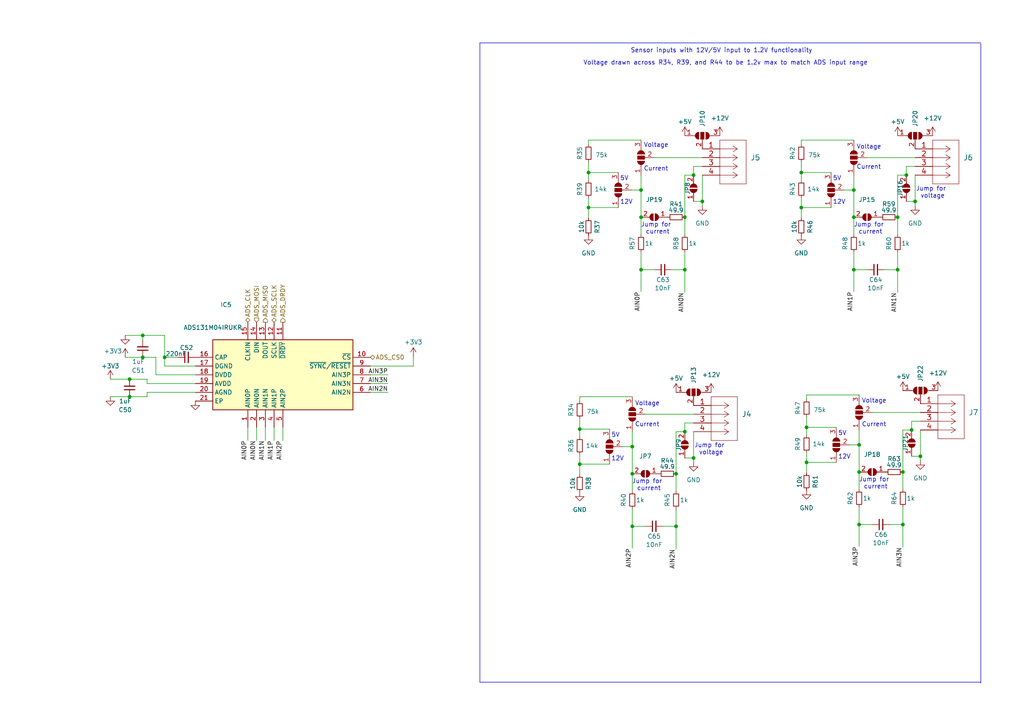
<source format=kicad_sch>
(kicad_sch (version 20231120) (generator "eeschema") (generator_version "8.0")
  (paper "A4")
  (lib_symbols
    (symbol "Device:C_Small" (pin_numbers hide) (pin_names (offset 0.254) hide)
      (property "Reference" "C" (at 0.254 1.778 0))
      (property "Value" "C_Small" (at 0.254 -2.032 0))
      (symbol "C_Small_0_1"
        (polyline (pts (xy -1.524 -0.508) (xy 1.524 -0.508)) (stroke (width 0.3302)))
        (polyline (pts (xy -1.524 0.508) (xy 1.524 0.508)) (stroke (width 0.3048)))
      )
      (symbol "C_Small_1_1"
        (pin passive line (at 0 2.54 270) (length 2.032) (name "~") (number "1"))
        (pin passive line (at 0 -2.54 90) (length 2.032) (name "~") (number "2"))
      )
    )
    (symbol "Device:R_Small" (pin_numbers hide) (pin_names (offset 0.254) hide)
      (property "Reference" "R" (at 0.762 0.508 0))
      (property "Value" "R_Small" (at 0.762 -1.016 0))
      (symbol "R_Small_0_1"
        (rectangle (start -0.762 1.778) (end 0.762 -1.778) (stroke (width 0.2032)))
      )
      (symbol "R_Small_1_1"
        (pin passive line (at 0 2.54 270) (length 0.762) (name "~") (number "1"))
        (pin passive line (at 0 -2.54 90) (length 0.762) (name "~") (number "2"))
      )
    )
    (symbol "GND_1" (power) (pin_names (offset 0))
      (property "Value" "GND_1" (at 0 -3.81 0))
      (symbol "GND_1_0_1"
        (polyline (pts (xy 0 0) (xy 0 -1.27) (xy 1.27 -1.27) (xy 0 -2.54) (xy -1.27 -1.27) (xy 0 -1.27)))
      )
      (symbol "GND_1_1_1"
        (pin power_in line (at 0 0 270) (length 0) hide (name "GND") (number "1"))
      )
    )
    (symbol "Jumper:SolderJumper_2_Open" (pin_names (offset 0) hide)
      (property "Reference" "JP" (at 0 2.032 0))
      (property "Value" "SolderJumper_2_Open" (at 0 -2.54 0))
      (symbol "SolderJumper_2_Open_0_1"
        (arc (start -0.254 1.016) (mid -1.2656 0) (end -0.254 -1.016))
        (arc (start -0.254 1.016) (mid -1.2656 0) (end -0.254 -1.016) (fill (type outline)))
        (polyline (pts (xy -0.254 1.016) (xy -0.254 -1.016)))
        (polyline (pts (xy 0.254 1.016) (xy 0.254 -1.016)))
        (arc (start 0.254 -1.016) (mid 1.2656 0) (end 0.254 1.016))
        (arc (start 0.254 -1.016) (mid 1.2656 0) (end 0.254 1.016) (fill (type outline)))
      )
      (symbol "SolderJumper_2_Open_1_1"
        (pin passive line (at -3.81 0 0) (length 2.54) (name "A") (number "1"))
        (pin passive line (at 3.81 0 180) (length 2.54) (name "B") (number "2"))
      )
    )
    (symbol "Jumper:SolderJumper_3_Open" (pin_names (offset 0) hide)
      (property "Reference" "JP" (at -2.54 -2.54 0))
      (property "Value" "SolderJumper_3_Open" (at 0 2.794 0))
      (symbol "SolderJumper_3_Open_0_1"
        (arc (start -1.016 1.016) (mid -2.0276 0) (end -1.016 -1.016))
        (arc (start -1.016 1.016) (mid -2.0276 0) (end -1.016 -1.016) (fill (type outline)))
        (rectangle (start -0.508 1.016) (end 0.508 -1.016) (fill (type outline)))
        (polyline (pts (xy -2.54 0) (xy -2.032 0)))
        (polyline (pts (xy -1.016 1.016) (xy -1.016 -1.016)))
        (polyline (pts (xy 0 -1.27) (xy 0 -1.016)))
        (polyline (pts (xy 1.016 1.016) (xy 1.016 -1.016)))
        (polyline (pts (xy 2.54 0) (xy 2.032 0)))
        (arc (start 1.016 -1.016) (mid 2.0276 0) (end 1.016 1.016))
        (arc (start 1.016 -1.016) (mid 2.0276 0) (end 1.016 1.016) (fill (type outline)))
      )
      (symbol "SolderJumper_3_Open_1_1"
        (pin passive line (at -5.08 0 0) (length 2.54) (name "A") (number "1"))
        (pin input line (at 0 -3.81 90) (length 2.54) (name "C") (number "2"))
        (pin passive line (at 5.08 0 180) (length 2.54) (name "B") (number "3"))
      )
    )
    (symbol "iclr:1053131104" (pin_names (offset 0.254) hide)
      (property "Reference" "J" (at 8.89 6.35 0))
      (property "Value" "1053131104" (at 10.16 -5.08 0))
      (symbol "1053131104_1_1"
        (polyline (pts (xy 5.08 -10.16) (xy 12.7 -10.16)) (stroke (width 0.127)))
        (polyline (pts (xy 5.08 2.54) (xy 5.08 -10.16)) (stroke (width 0.127)))
        (polyline (pts (xy 10.16 -7.62) (xy 5.08 -7.62)) (stroke (width 0.127)))
        (polyline (pts (xy 10.16 -7.62) (xy 8.89 -8.4582)) (stroke (width 0.127)))
        (polyline (pts (xy 10.16 -7.62) (xy 8.89 -6.7818)) (stroke (width 0.127)))
        (polyline (pts (xy 10.16 -5.08) (xy 5.08 -5.08)) (stroke (width 0.127)))
        (polyline (pts (xy 10.16 -5.08) (xy 8.89 -5.9182)) (stroke (width 0.127)))
        (polyline (pts (xy 10.16 -5.08) (xy 8.89 -4.2418)) (stroke (width 0.127)))
        (polyline (pts (xy 10.16 -2.54) (xy 5.08 -2.54)) (stroke (width 0.127)))
        (polyline (pts (xy 10.16 -2.54) (xy 8.89 -3.3782)) (stroke (width 0.127)))
        (polyline (pts (xy 10.16 -2.54) (xy 8.89 -1.7018)) (stroke (width 0.127)))
        (polyline (pts (xy 10.16 0) (xy 5.08 0)) (stroke (width 0.127)))
        (polyline (pts (xy 10.16 0) (xy 8.89 -0.8382)) (stroke (width 0.127)))
        (polyline (pts (xy 10.16 0) (xy 8.89 0.8382)) (stroke (width 0.127)))
        (polyline (pts (xy 12.7 -10.16) (xy 12.7 2.54)) (stroke (width 0.127)))
        (polyline (pts (xy 12.7 2.54) (xy 5.08 2.54)) (stroke (width 0.127)))
        (pin unspecified line (at 0 0 0) (length 5.08) (name "1") (number "1"))
        (pin unspecified line (at 0 -2.54 0) (length 5.08) (name "2") (number "2"))
        (pin unspecified line (at 0 -5.08 0) (length 5.08) (name "3") (number "3"))
        (pin unspecified line (at 0 -7.62 0) (length 5.08) (name "4") (number "4"))
      )
    )
    (symbol "iclr:ADS131M04IRUKR"
      (property "Reference" "IC" (at 26.67 15.24 0))
      (property "Value" "ADS131M04IRUKR" (at 26.67 12.7 0))
      (symbol "ADS131M04IRUKR_1_1"
        (rectangle (start 5.08 10.16) (end 25.4 -30.48) (stroke (width 0.254)) (fill (type background)))
        (pin passive line (at 0 0 0) (length 5.08) (name "AIN0P") (number "1"))
        (pin passive line (at 20.32 -35.56 90) (length 5.08) (name "~{CS}") (number "10"))
        (pin passive line (at 30.48 -10.16 180) (length 5.08) (name "~{DRDY}") (number "11"))
        (pin passive line (at 30.48 -7.62 180) (length 5.08) (name "SCLK") (number "12"))
        (pin passive line (at 30.48 -5.08 180) (length 5.08) (name "DOUT") (number "13"))
        (pin passive line (at 30.48 -2.54 180) (length 5.08) (name "DIN") (number "14"))
        (pin passive line (at 30.48 0 180) (length 5.08) (name "CLKIN") (number "15"))
        (pin passive line (at 20.32 15.24 270) (length 5.08) (name "CAP") (number "16"))
        (pin passive line (at 17.78 15.24 270) (length 5.08) (name "DGND") (number "17"))
        (pin passive line (at 15.24 15.24 270) (length 5.08) (name "DVDD") (number "18"))
        (pin passive line (at 12.7 15.24 270) (length 5.08) (name "AVDD") (number "19"))
        (pin passive line (at 0 -2.54 0) (length 5.08) (name "AIN0N") (number "2"))
        (pin passive line (at 10.16 15.24 270) (length 5.08) (name "AGND") (number "20"))
        (pin passive line (at 7.62 15.24 270) (length 5.08) (name "EP") (number "21"))
        (pin passive line (at 0 -5.08 0) (length 5.08) (name "AIN1N") (number "3"))
        (pin passive line (at 0 -7.62 0) (length 5.08) (name "AIN1P") (number "4"))
        (pin passive line (at 0 -10.16 0) (length 5.08) (name "AIN2P") (number "5"))
        (pin passive line (at 10.16 -35.56 90) (length 5.08) (name "AIN2N") (number "6"))
        (pin passive line (at 12.7 -35.56 90) (length 5.08) (name "AIN3N") (number "7"))
        (pin passive line (at 15.24 -35.56 90) (length 5.08) (name "AIN3P") (number "8"))
        (pin passive line (at 17.78 -35.56 90) (length 5.08) (name "~{SYNC}/~{RESET}") (number "9"))
      )
    )
    (symbol "power:+12V" (power) (pin_names (offset 0))
      (property "Value" "+12V" (at 0 3.556 0))
      (symbol "+12V_0_1"
        (polyline (pts (xy -0.762 1.27) (xy 0 2.54)))
        (polyline (pts (xy 0 0) (xy 0 2.54)))
        (polyline (pts (xy 0 2.54) (xy 0.762 1.27)))
      )
      (symbol "+12V_1_1"
        (pin power_in line (at 0 0 90) (length 0) hide (name "+12V") (number "1"))
      )
    )
    (symbol "power:+3.3V" (power) (pin_names (offset 0))
      (property "Value" "+3.3V" (at 0 3.556 0))
      (symbol "+3.3V_0_1"
        (polyline (pts (xy -0.762 1.27) (xy 0 2.54)))
        (polyline (pts (xy 0 0) (xy 0 2.54)))
        (polyline (pts (xy 0 2.54) (xy 0.762 1.27)))
      )
      (symbol "+3.3V_1_1"
        (pin power_in line (at 0 0 90) (length 0) hide (name "+3V3") (number "1"))
      )
    )
    (symbol "power:+3V3" (power) (pin_numbers hide) (pin_names (offset 0) hide)
      (property "Value" "+3V3" (at 0 3.556 0))
      (symbol "+3V3_0_1"
        (polyline (pts (xy -0.762 1.27) (xy 0 2.54)))
        (polyline (pts (xy 0 0) (xy 0 2.54)))
        (polyline (pts (xy 0 2.54) (xy 0.762 1.27)))
      )
      (symbol "+3V3_1_1"
        (pin power_in line (at 0 0 90) (length 0) (name "~") (number "1"))
      )
    )
    (symbol "power:+5V" (power) (pin_names (offset 0))
      (property "Value" "+5V" (at 0 3.556 0))
      (symbol "+5V_0_1"
        (polyline (pts (xy -0.762 1.27) (xy 0 2.54)))
        (polyline (pts (xy 0 0) (xy 0 2.54)))
        (polyline (pts (xy 0 2.54) (xy 0.762 1.27)))
      )
      (symbol "+5V_1_1"
        (pin power_in line (at 0 0 90) (length 0) hide (name "+5V") (number "1"))
      )
    )
    (symbol "power:GND" (power) (pin_names (offset 0))
      (property "Value" "GND" (at 0 -3.81 0))
      (symbol "GND_0_1"
        (polyline (pts (xy 0 0) (xy 0 -1.27) (xy 1.27 -1.27) (xy 0 -2.54) (xy -1.27 -1.27) (xy 0 -1.27)))
      )
      (symbol "GND_1_1"
        (pin power_in line (at 0 0 270) (length 0) hide (name "GND") (number "1"))
      )
    )
  )
  (junction (at 201.168 132.842))
  (junction (at 260.35 62.992))
  (junction (at 233.934 123.952))
  (junction (at 47.752 103.632))
  (junction (at 198.628 125.222))
  (junction (at 260.35 78.232))
  (junction (at 247.65 62.992))
  (junction (at 41.402 97.282))
  (junction (at 232.41 50.038))
  (junction (at 261.874 136.906))
  (junction (at 183.388 152.654))
  (junction (at 185.928 62.992))
  (junction (at 265.43 58.42))
  (junction (at 247.65 78.232))
  (junction (at 170.688 50.038))
  (junction (at 198.628 62.992))
  (junction (at 233.934 134.112))
  (junction (at 170.688 60.198))
  (junction (at 261.874 152.146))
  (junction (at 168.148 134.62))
  (junction (at 198.628 78.232))
  (junction (at 185.928 55.118))
  (junction (at 37.592 115.062))
  (junction (at 196.088 152.654))
  (junction (at 249.174 129.032))
  (junction (at 262.89 50.8))
  (junction (at 183.388 137.414))
  (junction (at 232.41 60.198))
  (junction (at 247.65 55.118))
  (junction (at 196.088 137.414))
  (junction (at 37.592 109.982))
  (junction (at 249.174 152.146))
  (junction (at 41.402 103.632))
  (junction (at 266.954 132.334))
  (junction (at 249.174 136.906))
  (junction (at 185.928 78.232))
  (junction (at 201.168 50.8))
  (junction (at 168.148 124.46))
  (junction (at 203.708 58.42))
  (junction (at 183.388 129.54))
  (junction (at 264.414 124.714))
  (wire (pts (xy 233.934 120.904) (xy 233.934 123.952)))
  (wire (pts (xy 262.89 58.42) (xy 265.43 58.42)))
  (wire (pts (xy 266.954 124.714) (xy 266.954 132.334)))
  (wire (pts (xy 183.134 55.118) (xy 185.928 55.118)))
  (wire (pts (xy 198.628 132.842) (xy 201.168 132.842)))
  (wire (pts (xy 42.672 109.982) (xy 42.672 111.252)))
  (wire (pts (xy 201.168 48.26) (xy 203.708 48.26)))
  (wire (pts (xy 45.212 103.632) (xy 45.212 108.712)))
  (wire (pts (xy 201.168 48.26) (xy 201.168 50.8)))
  (wire (pts (xy 247.65 78.232) (xy 251.46 78.232)))
  (wire (pts (xy 183.388 137.414) (xy 183.388 142.494)))
  (wire (pts (xy 170.688 40.64) (xy 170.688 41.91)))
  (wire (pts (xy 45.212 108.712) (xy 56.642 108.712)))
  (wire (pts (xy 183.388 152.654) (xy 187.198 152.654)))
  (wire (pts (xy 203.708 58.42) (xy 203.708 59.69)))
  (wire (pts (xy 79.502 127.762) (xy 79.502 123.952)))
  (wire (pts (xy 37.592 109.982) (xy 32.004 109.982)))
  (wire (pts (xy 168.148 121.412) (xy 168.148 124.46)))
  (wire (pts (xy 183.388 129.54) (xy 183.388 137.414)))
  (wire (pts (xy 201.168 125.222) (xy 201.168 132.842)))
  (wire (pts (xy 251.46 45.72) (xy 265.43 45.72)))
  (wire (pts (xy 247.65 62.992) (xy 247.65 68.072)))
  (wire (pts (xy 232.41 40.64) (xy 232.41 41.91)))
  (wire (pts (xy 233.934 134.112) (xy 242.57 134.112)))
  (wire (pts (xy 247.65 50.8) (xy 247.65 55.118)))
  (wire (pts (xy 198.628 78.232) (xy 198.628 84.836)))
  (wire (pts (xy 41.402 97.282) (xy 41.402 98.552)))
  (wire (pts (xy 168.148 134.62) (xy 168.148 137.668)))
  (wire (pts (xy 170.688 50.038) (xy 170.688 52.324)))
  (wire (pts (xy 185.928 78.232) (xy 189.738 78.232)))
  (wire (pts (xy 183.388 125.222) (xy 183.388 129.54)))
  (wire (pts (xy 71.882 127.762) (xy 71.882 123.952)))
  (wire (pts (xy 232.41 46.99) (xy 232.41 50.038)))
  (wire (pts (xy 233.934 131.318) (xy 233.934 134.112)))
  (wire (pts (xy 37.592 115.062) (xy 42.672 115.062)))
  (wire (pts (xy 261.874 152.146) (xy 261.874 158.75)))
  (wire (pts (xy 233.934 134.112) (xy 233.934 137.16)))
  (wire (pts (xy 260.35 78.232) (xy 260.35 84.836)))
  (wire (pts (xy 168.148 124.46) (xy 176.784 124.46)))
  (wire (pts (xy 185.928 73.152) (xy 185.928 78.232)))
  (wire (pts (xy 185.928 50.8) (xy 185.928 55.118)))
  (wire (pts (xy 187.198 120.142) (xy 201.168 120.142)))
  (wire (pts (xy 249.174 124.714) (xy 249.174 129.032)))
  (wire (pts (xy 107.442 111.252) (xy 112.522 111.252)))
  (wire (pts (xy 183.388 152.654) (xy 183.388 159.004)))
  (wire (pts (xy 168.148 115.062) (xy 168.148 116.332)))
  (polyline (pts (xy 284.48 12.7) (xy 284.48 198.12)))
  (wire (pts (xy 185.928 55.118) (xy 185.928 62.992)))
  (wire (pts (xy 232.41 60.198) (xy 232.41 63.246)))
  (wire (pts (xy 196.088 137.414) (xy 196.088 142.494)))
  (wire (pts (xy 203.708 50.8) (xy 203.708 58.42)))
  (wire (pts (xy 36.322 103.632) (xy 41.402 103.632)))
  (wire (pts (xy 266.954 132.334) (xy 266.954 133.604)))
  (wire (pts (xy 232.41 57.404) (xy 232.41 60.198)))
  (wire (pts (xy 32.004 115.062) (xy 37.592 115.062)))
  (polyline (pts (xy 139.192 12.446) (xy 139.192 197.866)))
  (wire (pts (xy 183.388 115.062) (xy 168.148 115.062)))
  (wire (pts (xy 198.628 62.992) (xy 198.628 68.072)))
  (wire (pts (xy 170.688 50.038) (xy 179.324 50.038)))
  (wire (pts (xy 196.088 125.222) (xy 198.628 125.222)))
  (wire (pts (xy 198.628 122.682) (xy 198.628 125.222)))
  (wire (pts (xy 47.752 103.632) (xy 51.562 103.632)))
  (wire (pts (xy 185.928 40.64) (xy 170.688 40.64)))
  (wire (pts (xy 189.738 45.72) (xy 203.708 45.72)))
  (wire (pts (xy 265.43 58.42) (xy 265.43 59.69)))
  (wire (pts (xy 198.628 122.682) (xy 201.168 122.682)))
  (wire (pts (xy 170.688 60.198) (xy 179.324 60.198)))
  (wire (pts (xy 246.38 129.032) (xy 249.174 129.032)))
  (wire (pts (xy 249.174 136.906) (xy 249.174 141.986)))
  (wire (pts (xy 185.928 78.232) (xy 185.928 84.582)))
  (wire (pts (xy 233.934 123.952) (xy 233.934 126.238)))
  (wire (pts (xy 198.628 62.992) (xy 198.628 50.8)))
  (wire (pts (xy 261.874 152.146) (xy 261.874 147.066)))
  (wire (pts (xy 198.628 50.8) (xy 201.168 50.8)))
  (wire (pts (xy 249.174 152.146) (xy 249.174 158.496)))
  (wire (pts (xy 170.688 60.198) (xy 170.688 63.246)))
  (wire (pts (xy 258.064 152.146) (xy 261.874 152.146)))
  (wire (pts (xy 233.934 123.952) (xy 242.57 123.952)))
  (wire (pts (xy 119.888 103.378) (xy 119.888 106.172)))
  (wire (pts (xy 247.65 40.64) (xy 232.41 40.64)))
  (wire (pts (xy 201.168 132.842) (xy 201.168 134.112)))
  (wire (pts (xy 198.628 78.232) (xy 198.628 73.152)))
  (wire (pts (xy 249.174 114.554) (xy 233.934 114.554)))
  (wire (pts (xy 256.54 78.232) (xy 260.35 78.232)))
  (wire (pts (xy 264.414 132.334) (xy 266.954 132.334)))
  (wire (pts (xy 41.402 97.282) (xy 47.752 97.282)))
  (wire (pts (xy 196.088 152.654) (xy 196.088 159.258)))
  (wire (pts (xy 36.322 97.282) (xy 41.402 97.282)))
  (wire (pts (xy 42.672 111.252) (xy 56.642 111.252)))
  (wire (pts (xy 107.442 113.792) (xy 112.522 113.792)))
  (wire (pts (xy 47.752 97.282) (xy 47.752 103.632)))
  (wire (pts (xy 261.874 124.714) (xy 264.414 124.714)))
  (wire (pts (xy 262.89 48.26) (xy 265.43 48.26)))
  (wire (pts (xy 168.148 124.46) (xy 168.148 126.746)))
  (wire (pts (xy 170.688 57.404) (xy 170.688 60.198)))
  (wire (pts (xy 74.422 127.762) (xy 74.422 123.952)))
  (wire (pts (xy 261.874 136.906) (xy 261.874 141.986)))
  (wire (pts (xy 247.65 73.152) (xy 247.65 78.232)))
  (wire (pts (xy 247.65 55.118) (xy 247.65 62.992)))
  (wire (pts (xy 249.174 147.066) (xy 249.174 152.146)))
  (wire (pts (xy 264.414 122.174) (xy 266.954 122.174)))
  (wire (pts (xy 252.984 119.634) (xy 266.954 119.634)))
  (wire (pts (xy 196.088 152.654) (xy 196.088 147.574)))
  (polyline (pts (xy 284.48 197.866) (xy 139.192 197.866)))
  (wire (pts (xy 185.928 62.992) (xy 185.928 68.072)))
  (wire (pts (xy 168.148 131.826) (xy 168.148 134.62)))
  (wire (pts (xy 107.442 108.712) (xy 112.522 108.712)))
  (wire (pts (xy 168.148 134.62) (xy 176.784 134.62)))
  (wire (pts (xy 196.088 137.414) (xy 196.088 125.222)))
  (wire (pts (xy 262.89 48.26) (xy 262.89 50.8)))
  (wire (pts (xy 180.594 129.54) (xy 183.388 129.54)))
  (wire (pts (xy 260.35 78.232) (xy 260.35 73.152)))
  (polyline (pts (xy 139.192 12.446) (xy 284.48 12.446)))
  (wire (pts (xy 41.402 103.632) (xy 45.212 103.632)))
  (wire (pts (xy 260.35 62.992) (xy 260.35 68.072)))
  (wire (pts (xy 264.414 122.174) (xy 264.414 124.714)))
  (wire (pts (xy 42.672 115.062) (xy 42.672 113.792)))
  (wire (pts (xy 201.168 58.42) (xy 203.708 58.42)))
  (wire (pts (xy 233.934 114.554) (xy 233.934 115.824)))
  (wire (pts (xy 107.442 106.172) (xy 119.888 106.172)))
  (wire (pts (xy 260.35 50.8) (xy 262.89 50.8)))
  (wire (pts (xy 37.592 109.982) (xy 42.672 109.982)))
  (wire (pts (xy 232.41 50.038) (xy 232.41 52.324)))
  (wire (pts (xy 76.962 127.762) (xy 76.962 123.952)))
  (wire (pts (xy 249.174 152.146) (xy 252.984 152.146)))
  (wire (pts (xy 260.35 62.992) (xy 260.35 50.8)))
  (wire (pts (xy 247.65 78.232) (xy 247.65 84.582)))
  (wire (pts (xy 192.278 152.654) (xy 196.088 152.654)))
  (wire (pts (xy 47.752 103.632) (xy 47.752 106.172)))
  (wire (pts (xy 265.43 50.8) (xy 265.43 58.42)))
  (wire (pts (xy 232.41 50.038) (xy 241.046 50.038)))
  (wire (pts (xy 170.688 46.99) (xy 170.688 50.038)))
  (wire (pts (xy 194.818 78.232) (xy 198.628 78.232)))
  (wire (pts (xy 47.752 106.172) (xy 56.642 106.172)))
  (wire (pts (xy 249.174 129.032) (xy 249.174 136.906)))
  (wire (pts (xy 261.874 136.906) (xy 261.874 124.714)))
  (wire (pts (xy 232.41 60.198) (xy 241.046 60.198)))
  (wire (pts (xy 82.042 127.762) (xy 82.042 123.952)))
  (wire (pts (xy 244.856 55.118) (xy 247.65 55.118)))
  (wire (pts (xy 183.388 147.574) (xy 183.388 152.654)))
  (wire (pts (xy 42.672 113.792) (xy 56.642 113.792)))
  (text "12V\n" (at 243.078 133.35 0) (effects (font (size 1.27 1.27)) (justify left bottom)))
  (text "Jump for \ncurrent" (at 254 141.986 0) (effects (font (size 1.27 1.27)) (justify bottom)))
  (text "Voltage drawn across R34, R39, and R44 to be 1.2v max to match ADS input range" (at 169.164 19.05 0) (effects (font (size 1.27 1.27)) (justify left bottom)))
  (text "5V" (at 179.832 52.578 0) (effects (font (size 1.27 1.27)) (justify left bottom)))
  (text "Jump for \ncurrent" (at 188.214 142.494 0) (effects (font (size 1.27 1.27)) (justify bottom)))
  (text "5V" (at 243.078 126.492 0) (effects (font (size 1.27 1.27)) (justify left bottom)))
  (text "Voltage" (at 184.15 117.856 0) (effects (font (size 1.27 1.27)) (justify left bottom)))
  (text "Voltage" (at 249.936 117.094 0) (effects (font (size 1.27 1.27)) (justify left bottom)))
  (text "12V\n" (at 241.554 59.436 0) (effects (font (size 1.27 1.27)) (justify left bottom)))
  (text "12V\n" (at 179.832 59.436 0) (effects (font (size 1.27 1.27)) (justify left bottom)))
  (text "Current" (at 186.69 49.784 0) (effects (font (size 1.27 1.27)) (justify left bottom)))
  (text "Jump for \nvoltage" (at 206.248 132.08 0) (effects (font (size 1.27 1.27)) (justify bottom)))
  (text "Jump for \ncurrent" (at 252.476 68.072 0) (effects (font (size 1.27 1.27)) (justify bottom)))
  (text "12V\n" (at 177.292 133.858 0) (effects (font (size 1.27 1.27)) (justify left bottom)))
  (text "Voltage" (at 248.412 43.434 0) (effects (font (size 1.27 1.27)) (justify left bottom)))
  (text "Jump for \nvoltage" (at 270.51 57.658 0) (effects (font (size 1.27 1.27)) (justify bottom)))
  (text "5V" (at 177.292 127 0) (effects (font (size 1.27 1.27)) (justify left bottom)))
  (text "Voltage" (at 186.69 42.926 0) (effects (font (size 1.27 1.27)) (justify left bottom)))
  (text "Sensor inputs with 12V/5V input to 1.2V functionality\n" (at 182.88 15.494 0) (effects (font (size 1.27 1.27)) (justify left bottom)))
  (text "Current" (at 248.412 49.276 0) (effects (font (size 1.27 1.27)) (justify left bottom)))
  (text "Current" (at 184.15 123.952 0) (effects (font (size 1.27 1.27)) (justify left bottom)))
  (text "Current" (at 249.936 123.952 0) (effects (font (size 1.27 1.27)) (justify left bottom)))
  (text "5V" (at 241.554 52.578 0) (effects (font (size 1.27 1.27)) (justify left bottom)))
  (text "Jump for \ncurrent" (at 190.754 68.072 0) (effects (font (size 1.27 1.27)) (justify bottom)))
  (label "AIN0N" (at 74.422 127.762 270))
  (label "AIN3P" (at 249.174 158.496 270))
  (label "AIN0P" (at 185.928 84.582 270))
  (label "AIN3N" (at 261.874 158.75 270))
  (label "AIN1P" (at 79.502 127.762 270))
  (label "AIN2P" (at 82.042 127.762 270))
  (label "AIN1N" (at 76.962 127.762 270))
  (label "AIN0N" (at 198.628 84.836 270))
  (label "AIN2N" (at 112.522 113.792 180))
  (label "AIN2N" (at 196.088 159.258 270))
  (label "AIN3P" (at 112.522 108.712 180))
  (label "AIN1N" (at 260.35 84.836 270))
  (label "AIN2P" (at 183.388 159.004 270))
  (label "AIN1P" (at 247.65 84.582 270))
  (label "AIN3N" (at 112.522 111.252 180))
  (label "AIN0P" (at 71.882 127.762 270))
  (hierarchical_label "ADS_MISO" (shape output) (at 76.962 93.472 90))
  (hierarchical_label "ADS_DRDY" (shape output) (at 82.042 93.472 90))
  (hierarchical_label "ADS_CLK" (shape bidirectional) (at 71.882 93.472 90))
  (hierarchical_label "ADS_MOSI" (shape input) (at 74.422 93.472 90))
  (hierarchical_label "ADS_CS0" (shape bidirectional) (at 107.442 103.632 0))
  (hierarchical_label "ADS_SCLK" (shape bidirectional) (at 79.502 93.472 90))
  (symbol (lib_id "iclr:1053131104") (at 201.168 117.602 0) (unit 1)
    (property "Reference" "J4" (at 215.138 120.142 0) (effects (font (size 1.524 1.524)) (justify left)))
    (property "Value" "1053131104" (effects (hide yes)))
    (property "Footprint" "Connector_Molex:Molex_Nano-Fit_105313-xx04_1x04_P2.50mm_Horizontal" (effects (hide yes)))
  )
  (symbol (lib_id "Device:R_Small") (at 247.65 70.612 0) (unit 1)
    (property "Reference" "R48" (at 245.11 70.612 90))
    (property "Value" "1k" (at 249.936 70.612 0))
    (property "Footprint" "Resistor_SMD:R_0402_1005Metric" (effects (hide yes)))
  )
  (symbol (lib_id "power:GND") (at 203.708 59.69 0) (unit 1)
    (property "Reference" "#PWR098" (effects (hide yes)))
    (property "Value" "GND" (at 203.708 64.77 0))
  )
  (symbol (lib_id "power:+5V") (at 198.628 39.37 0) (unit 1)
    (property "Reference" "#PWR0103" (effects (hide yes)))
    (property "Value" "+5V" (at 198.628 35.306 0))
  )
  (symbol (lib_id "Jumper:SolderJumper_3_Open") (at 265.43 39.37 0) (unit 1)
    (property "Reference" "JP20" (at 265.43 36.83 90) (effects (justify left)))
    (property "Value" "SolderJumper_3_Open" (effects (hide yes)))
    (property "Footprint" "Jumper:SolderJumper-3_P1.3mm_Open_RoundedPad1.0x1.5mm_NumberLabels" (effects (hide yes)))
  )
  (symbol (lib_id "Jumper:SolderJumper_2_Open") (at 201.168 54.61 90) (unit 1)
    (property "Reference" "JP8" (at 199.39 54.61 0))
    (property "Value" "SolderJumper_2_Open" (effects (hide yes)))
    (property "Footprint" "iclr:SmallerSolderJP" (effects (hide yes)))
  )
  (symbol (lib_id "Device:R_Small") (at 196.088 145.034 0) (unit 1)
    (property "Reference" "R45" (at 193.548 145.034 90))
    (property "Value" "1k" (at 198.374 145.034 0))
    (property "Footprint" "Resistor_SMD:R_0402_1005Metric" (effects (hide yes)))
  )
  (symbol (lib_id "Device:R_Small") (at 168.148 129.286 0) (unit 1)
    (property "Reference" "R36" (at 165.608 129.286 90))
    (property "Value" "14k" (at 171.704 129.286 0))
    (property "Footprint" "Resistor_SMD:R_0402_1005Metric" (effects (hide yes)))
  )
  (symbol (lib_name "GND_1") (lib_id "power:GND") (at 56.642 116.332 0) (unit 1)
    (property "Reference" "#PWR0121" (effects (hide yes)))
    (property "Value" "GND" (effects (hide yes)))
  )
  (symbol (lib_id "Jumper:SolderJumper_3_Open") (at 266.954 113.284 0) (unit 1)
    (property "Reference" "JP22" (at 266.954 110.744 90) (effects (justify left)))
    (property "Value" "SolderJumper_3_Open" (effects (hide yes)))
    (property "Footprint" "Jumper:SolderJumper-3_P1.3mm_Open_RoundedPad1.0x1.5mm_NumberLabels" (effects (hide yes)))
  )
  (symbol (lib_id "Device:R_Small") (at 233.934 128.778 0) (unit 1)
    (property "Reference" "R49" (at 231.394 128.778 90))
    (property "Value" "14k" (at 237.49 128.778 0))
    (property "Footprint" "Resistor_SMD:R_0402_1005Metric" (effects (hide yes)))
  )
  (symbol (lib_id "Jumper:SolderJumper_2_Open") (at 251.46 62.992 180) (unit 1)
    (property "Reference" "JP15" (at 251.46 57.912 0))
    (property "Value" "SolderJumper_2_Open" (effects (hide yes)))
    (property "Footprint" "iclr:SmallerSolderJP" (effects (hide yes)))
  )
  (symbol (lib_id "Jumper:SolderJumper_2_Open") (at 189.738 62.992 180) (unit 1)
    (property "Reference" "JP19" (at 189.738 57.912 0))
    (property "Value" "SolderJumper_2_Open" (effects (hide yes)))
    (property "Footprint" "iclr:SmallerSolderJP" (effects (hide yes)))
  )
  (symbol (lib_id "Jumper:SolderJumper_3_Open") (at 201.168 113.792 0) (unit 1)
    (property "Reference" "JP13" (at 201.168 111.252 90) (effects (justify left)))
    (property "Value" "SolderJumper_3_Open" (effects (hide yes)))
    (property "Footprint" "Jumper:SolderJumper-3_P1.3mm_Open_RoundedPad1.0x1.5mm_NumberLabels" (effects (hide yes)))
  )
  (symbol (lib_id "iclr:1053131104") (at 265.43 43.18 0) (unit 1)
    (property "Reference" "J6" (at 279.4 45.72 0) (effects (font (size 1.524 1.524)) (justify left)))
    (property "Value" "1053131104" (effects (hide yes)))
    (property "Footprint" "Connector_Molex:Molex_Nano-Fit_105313-xx04_1x04_P2.50mm_Horizontal" (effects (hide yes)))
  )
  (symbol (lib_id "power:GND") (at 266.954 133.604 0) (unit 1)
    (property "Reference" "#PWR0106" (effects (hide yes)))
    (property "Value" "GND" (at 266.954 138.684 0))
  )
  (symbol (lib_id "power:+3.3V") (at 36.322 103.632 0) (unit 1)
    (property "Reference" "#PWR091" (effects (hide yes)))
    (property "Value" "+3V3" (at 32.766 101.854 0))
  )
  (symbol (lib_id "Device:R_Small") (at 259.334 136.906 90) (unit 1)
    (property "Reference" "R63" (at 259.334 133.096 90))
    (property "Value" "49.9" (at 259.334 134.874 90))
    (property "Footprint" "Resistor_SMD:R_0402_1005Metric" (effects (hide yes)))
    (property "MPN" "RT0402BRD0749R9L" (effects (hide yes)))
  )
  (symbol (lib_id "Jumper:SolderJumper_3_Open") (at 242.57 129.032 90) (unit 1)
    (property "Reference" "JP14" (effects (hide yes)))
    (property "Value" "SolderJumper_3_Open" (effects (hide yes)))
    (property "Footprint" "Jumper:SolderJumper-3_P1.3mm_Open_RoundedPad1.0x1.5mm_NumberLabels" (effects (hide yes)))
  )
  (symbol (lib_id "Jumper:SolderJumper_2_Open") (at 187.198 137.414 180) (unit 1)
    (property "Reference" "JP7" (at 187.198 132.334 0))
    (property "Value" "SolderJumper_2_Open" (effects (hide yes)))
    (property "Footprint" "iclr:SmallerSolderJP" (effects (hide yes)))
  )
  (symbol (lib_id "power:GND") (at 265.43 59.69 0) (unit 1)
    (property "Reference" "#PWR0105" (effects (hide yes)))
    (property "Value" "GND" (at 265.43 64.77 0))
  )
  (symbol (lib_id "Jumper:SolderJumper_3_Open") (at 183.388 120.142 90) (unit 1)
    (property "Reference" "JP4" (effects (hide yes)))
    (property "Value" "SolderJumper_3_Open" (effects (hide yes)))
    (property "Footprint" "Jumper:SolderJumper-3_P1.3mm_Open_RoundedPad1.0x1.5mm_NumberLabels" (effects (hide yes)))
  )
  (symbol (lib_id "Device:R_Small") (at 193.548 137.414 90) (unit 1)
    (property "Reference" "R44" (at 193.548 133.604 90))
    (property "Value" "49.9" (at 193.548 135.382 90))
    (property "Footprint" "Resistor_SMD:R_0402_1005Metric" (effects (hide yes)))
    (property "MPN" "RT0402BRD0749R9L" (effects (hide yes)))
  )
  (symbol (lib_id "Jumper:SolderJumper_2_Open") (at 252.984 136.906 180) (unit 1)
    (property "Reference" "JP18" (at 252.984 131.826 0))
    (property "Value" "SolderJumper_2_Open" (effects (hide yes)))
    (property "Footprint" "iclr:SmallerSolderJP" (effects (hide yes)))
  )
  (symbol (lib_id "power:+12V") (at 270.51 39.37 0) (unit 1)
    (property "Reference" "#PWR0107" (effects (hide yes)))
    (property "Value" "+12V" (at 270.51 34.29 0))
  )
  (symbol (lib_id "Device:R_Small") (at 168.148 118.872 0) (unit 1)
    (property "Reference" "R34" (at 165.608 118.872 90))
    (property "Value" "75k" (at 171.958 119.38 0))
    (property "Footprint" "Resistor_SMD:R_0402_1005Metric" (effects (hide yes)))
  )
  (symbol (lib_id "power:GND") (at 201.168 134.112 0) (unit 1)
    (property "Reference" "#PWR097" (effects (hide yes)))
    (property "Value" "GND" (at 201.168 139.192 0))
  )
  (symbol (lib_id "Jumper:SolderJumper_3_Open") (at 179.324 55.118 90) (unit 1)
    (property "Reference" "JP6" (effects (hide yes)))
    (property "Value" "SolderJumper_3_Open" (effects (hide yes)))
    (property "Footprint" "Jumper:SolderJumper-3_P1.3mm_Open_RoundedPad1.0x1.5mm_NumberLabels" (effects (hide yes)))
  )
  (symbol (lib_id "Device:R_Small") (at 168.148 140.208 180) (unit 1)
    (property "Reference" "R38" (at 170.688 140.208 90))
    (property "Value" "10k" (at 166.116 140.208 90))
    (property "Footprint" "Resistor_SMD:R_0402_1005Metric" (effects (hide yes)))
  )
  (symbol (lib_id "Device:R_Small") (at 233.934 139.7 180) (unit 1)
    (property "Reference" "R61" (at 236.474 139.7 90))
    (property "Value" "10k" (at 231.902 139.7 90))
    (property "Footprint" "Resistor_SMD:R_0402_1005Metric" (effects (hide yes)))
  )
  (symbol (lib_id "Device:C_Small") (at 254 78.232 90) (unit 1)
    (property "Reference" "C64" (at 254 81.1417 90))
    (property "Value" "10nF" (at 254 83.566 90))
    (property "Footprint" "Capacitor_SMD:C_0402_1005Metric" (effects (hide yes)))
    (property "Description" "Unpolarized capacitor, small symbol" (effects (hide yes)))
  )
  (symbol (lib_id "Device:R_Small") (at 260.35 70.612 0) (unit 1)
    (property "Reference" "R60" (at 257.81 70.612 90))
    (property "Value" "1k" (at 262.636 70.612 0))
    (property "Footprint" "Resistor_SMD:R_0402_1005Metric" (effects (hide yes)))
  )
  (symbol (lib_id "Device:R_Small") (at 261.874 144.526 0) (unit 1)
    (property "Reference" "R64" (at 259.334 144.526 90))
    (property "Value" "1k" (at 264.16 144.526 0))
    (property "Footprint" "Resistor_SMD:R_0402_1005Metric" (effects (hide yes)))
  )
  (symbol (lib_id "Jumper:SolderJumper_2_Open") (at 264.414 128.524 90) (unit 1)
    (property "Reference" "JP21" (at 262.636 128.524 0))
    (property "Value" "SolderJumper_2_Open" (effects (hide yes)))
    (property "Footprint" "iclr:SmallerSolderJP" (effects (hide yes)))
  )
  (symbol (lib_id "iclr:ADS131M04IRUKR") (at 71.882 123.952 90) (unit 1)
    (property "Reference" "IC5" (at 65.5634 88.392 90))
    (property "Value" "ADS131M04IRUKR" (at 61.722 94.996 90))
    (property "Footprint" "QFN40P300X300X80-21N-D" (effects (hide yes)))
    (property "Datasheet" "https://www.ti.com/lit/ds/symlink/ads131m04.pdf?ts=1684296802707" (effects (hide yes)))
    (property "Description" "4-channel, simultaneously-sampling, 24-bit, delta-sigma ADC" (effects (hide yes)))
    (property "Height" "0.8" (effects (hide yes)))
    (property "Manufacturer_Name" "Texas Instruments" (effects (hide yes)))
    (property "Manufacturer_Part_Number" "ADS131M04IRUKR" (effects (hide yes)))
    (property "Mouser Part Number" "595-ADS131M04IRUKR" (effects (hide yes)))
    (property "Mouser Price/Stock" "https://www.mouser.co.uk/ProductDetail/Texas-Instruments/ADS131M04IRUKR?qs=vLWxofP3U2wP1yUmK0B01A%3D%3D" (effects (hide yes)))
    (property "Arrow Part Number" "ADS131M04IRUKR" (effects (hide yes)))
    (property "Arrow Price/Stock" "https://www.arrow.com/en/products/ads131m04irukr/texas-instruments?region=nac" (effects (hide yes)))
    (property "MPN" "ADS131M04IRUKR" (effects (hide yes)))
  )
  (symbol (lib_id "Device:R_Small") (at 257.81 62.992 90) (unit 1)
    (property "Reference" "R59" (at 257.81 59.182 90))
    (property "Value" "49.9" (at 257.81 60.96 90))
    (property "Footprint" "Resistor_SMD:R_0402_1005Metric" (effects (hide yes)))
    (property "MPN" "RT0402BRD0749R9L" (effects (hide yes)))
  )
  (symbol (lib_id "Device:R_Small") (at 183.388 145.034 0) (unit 1)
    (property "Reference" "R40" (at 180.848 145.034 90))
    (property "Value" "1k" (at 185.674 145.034 0))
    (property "Footprint" "Resistor_SMD:R_0402_1005Metric" (effects (hide yes)))
  )
  (symbol (lib_id "Device:R_Small") (at 170.688 44.45 0) (unit 1)
    (property "Reference" "R35" (at 168.148 44.45 90))
    (property "Value" "75k" (at 174.498 44.958 0))
    (property "Footprint" "Resistor_SMD:R_0402_1005Metric" (effects (hide yes)))
    (property "MPN" "RT0402BRD0775KL" (effects (hide yes)))
  )
  (symbol (lib_id "Jumper:SolderJumper_3_Open") (at 247.65 45.72 90) (unit 1)
    (property "Reference" "JP12" (effects (hide yes)))
    (property "Value" "SolderJumper_3_Open" (effects (hide yes)))
    (property "Footprint" "Jumper:SolderJumper-3_P1.3mm_Open_RoundedPad1.0x1.5mm_NumberLabels" (effects (hide yes)))
  )
  (symbol (lib_id "Device:R_Small") (at 196.088 62.992 90) (unit 1)
    (property "Reference" "R41" (at 196.088 59.182 90))
    (property "Value" "49.9" (at 196.088 60.96 90))
    (property "Footprint" "Resistor_SMD:R_0402_1005Metric" (effects (hide yes)))
    (property "MPN" "RT0402BRD0749R9L" (effects (hide yes)))
  )
  (symbol (lib_id "power:+5V") (at 260.35 39.37 0) (unit 1)
    (property "Reference" "#PWR0104" (effects (hide yes)))
    (property "Value" "+5V" (at 260.35 35.306 0))
  )
  (symbol (lib_id "Device:C_Small") (at 255.524 152.146 90) (unit 1)
    (property "Reference" "C66" (at 255.524 155.0557 90))
    (property "Value" "10nF" (at 255.524 157.48 90))
    (property "Footprint" "Capacitor_SMD:C_0402_1005Metric" (effects (hide yes)))
    (property "Description" "Unpolarized capacitor, small symbol" (effects (hide yes)))
  )
  (symbol (lib_id "Device:R_Small") (at 249.174 144.526 0) (unit 1)
    (property "Reference" "R62" (at 246.634 144.526 90))
    (property "Value" "1k" (at 251.46 144.526 0))
    (property "Footprint" "Resistor_SMD:R_0402_1005Metric" (effects (hide yes)))
  )
  (symbol (lib_id "Device:R_Small") (at 170.688 54.864 0) (unit 1)
    (property "Reference" "R39" (at 168.148 54.864 90))
    (property "Value" "14k" (at 174.244 54.864 0))
    (property "Footprint" "Resistor_SMD:R_0402_1005Metric" (effects (hide yes)))
    (property "MPN" "0402WGF1402TCE" (effects (hide yes)))
  )
  (symbol (lib_name "GND_1") (lib_id "power:GND") (at 32.004 115.062 0) (unit 1)
    (property "Reference" "#PWR089" (effects (hide yes)))
    (property "Value" "GND" (effects (hide yes)))
  )
  (symbol (lib_id "power:+3V3") (at 119.888 103.378 0) (unit 1)
    (property "Reference" "#PWR015" (effects (hide yes)))
    (property "Value" "+3V3" (at 119.888 99.2449 0))
    (property "Description" "Power symbol creates a global label with name \"+3V3\"" (effects (hide yes)))
  )
  (symbol (lib_id "power:GND") (at 233.934 142.24 0) (unit 1)
    (property "Reference" "#PWR0102" (effects (hide yes)))
    (property "Value" "GND" (at 233.934 147.32 0))
  )
  (symbol (lib_id "power:GND") (at 168.148 142.748 0) (unit 1)
    (property "Reference" "#PWR093" (effects (hide yes)))
    (property "Value" "GND" (at 168.148 147.828 0))
  )
  (symbol (lib_id "Jumper:SolderJumper_3_Open") (at 185.928 45.72 90) (unit 1)
    (property "Reference" "JP5" (effects (hide yes)))
    (property "Value" "SolderJumper_3_Open" (effects (hide yes)))
    (property "Footprint" "Jumper:SolderJumper-3_P1.3mm_Open_RoundedPad1.0x1.5mm_NumberLabels" (effects (hide yes)))
  )
  (symbol (lib_id "Jumper:SolderJumper_3_Open") (at 249.174 119.634 90) (unit 1)
    (property "Reference" "JP17" (effects (hide yes)))
    (property "Value" "SolderJumper_3_Open" (effects (hide yes)))
    (property "Footprint" "Jumper:SolderJumper-3_P1.3mm_Open_RoundedPad1.0x1.5mm_NumberLabels" (effects (hide yes)))
  )
  (symbol (lib_id "Device:R_Small") (at 170.688 65.786 180) (unit 1)
    (property "Reference" "R37" (at 173.228 65.786 90))
    (property "Value" "10k" (at 168.656 65.786 90))
    (property "Footprint" "Resistor_SMD:R_0402_1005Metric" (effects (hide yes)))
    (property "MPN" " ERA2ARB103X" (effects (hide yes)))
  )
  (symbol (lib_id "Device:C_Small") (at 41.402 101.092 180) (unit 1)
    (property "Reference" "C51" (at 40.132 107.442 0))
    (property "Value" "1uF" (at 40.132 104.902 0))
    (property "Footprint" "Capacitor_SMD:C_0402_1005Metric" (effects (hide yes)))
  )
  (symbol (lib_id "Device:R_Small") (at 198.628 70.612 0) (unit 1)
    (property "Reference" "R58" (at 196.088 70.612 90))
    (property "Value" "1k" (at 200.914 70.612 0))
    (property "Footprint" "Resistor_SMD:R_0402_1005Metric" (effects (hide yes)))
  )
  (symbol (lib_id "power:GND") (at 170.688 68.326 0) (unit 1)
    (property "Reference" "#PWR094" (effects (hide yes)))
    (property "Value" "GND" (at 170.688 73.406 0))
  )
  (symbol (lib_id "power:+5V") (at 261.874 113.284 0) (unit 1)
    (property "Reference" "#PWR0125" (effects (hide yes)))
    (property "Value" "+5V" (at 261.874 109.22 0))
  )
  (symbol (lib_id "power:+12V") (at 208.788 39.37 0) (unit 1)
    (property "Reference" "#PWR0100" (effects (hide yes)))
    (property "Value" "+12V" (at 208.788 34.29 0))
  )
  (symbol (lib_id "Jumper:SolderJumper_3_Open") (at 176.784 129.54 90) (unit 1)
    (property "Reference" "JP3" (effects (hide yes)))
    (property "Value" "SolderJumper_3_Open" (effects (hide yes)))
    (property "Footprint" "Jumper:SolderJumper-3_P1.3mm_Open_RoundedPad1.0x1.5mm_NumberLabels" (effects (hide yes)))
  )
  (symbol (lib_id "Device:C_Small") (at 189.738 152.654 90) (unit 1)
    (property "Reference" "C65" (at 189.738 155.5637 90))
    (property "Value" "10nF" (at 189.738 157.988 90))
    (property "Footprint" "Capacitor_SMD:C_0402_1005Metric" (effects (hide yes)))
    (property "Description" "Unpolarized capacitor, small symbol" (effects (hide yes)))
  )
  (symbol (lib_id "Device:C_Small") (at 37.592 112.522 180) (unit 1)
    (property "Reference" "C50" (at 36.322 118.872 0))
    (property "Value" "1uF" (at 36.322 116.332 0))
    (property "Footprint" "Capacitor_SMD:C_0402_1005Metric" (effects (hide yes)))
  )
  (symbol (lib_id "power:GND") (at 232.41 68.326 0) (unit 1)
    (property "Reference" "#PWR0101" (effects (hide yes)))
    (property "Value" "GND" (at 232.41 73.406 0))
  )
  (symbol (lib_id "Jumper:SolderJumper_2_Open") (at 262.89 54.61 90) (unit 1)
    (property "Reference" "JP16" (at 261.112 54.61 0))
    (property "Value" "SolderJumper_2_Open" (effects (hide yes)))
    (property "Footprint" "iclr:SmallerSolderJP" (effects (hide yes)))
  )
  (symbol (lib_id "iclr:1053131104") (at 266.954 117.094 0) (unit 1)
    (property "Reference" "J7" (at 280.924 119.634 0) (effects (font (size 1.524 1.524)) (justify left)))
    (property "Value" "1053131104" (effects (hide yes)))
    (property "Footprint" "Connector_Molex:Molex_Nano-Fit_105313-xx04_1x04_P2.50mm_Horizontal" (effects (hide yes)))
  )
  (symbol (lib_id "power:+12V") (at 272.034 113.284 0) (unit 1)
    (property "Reference" "#PWR0108" (effects (hide yes)))
    (property "Value" "+12V" (at 272.034 108.204 0))
  )
  (symbol (lib_id "Jumper:SolderJumper_3_Open") (at 241.046 55.118 90) (unit 1)
    (property "Reference" "JP11" (effects (hide yes)))
    (property "Value" "SolderJumper_3_Open" (effects (hide yes)))
    (property "Footprint" "Jumper:SolderJumper-3_P1.3mm_Open_RoundedPad1.0x1.5mm_NumberLabels" (effects (hide yes)))
  )
  (symbol (lib_name "GND_1") (lib_id "power:GND") (at 36.322 97.282 0) (unit 1)
    (property "Reference" "#PWR090" (effects (hide yes)))
    (property "Value" "GND" (effects (hide yes)))
  )
  (symbol (lib_id "Jumper:SolderJumper_2_Open") (at 198.628 129.032 90) (unit 1)
    (property "Reference" "JP9" (at 196.85 129.032 0))
    (property "Value" "SolderJumper_2_Open" (effects (hide yes)))
    (property "Footprint" "iclr:SmallerSolderJP" (effects (hide yes)))
  )
  (symbol (lib_id "Jumper:SolderJumper_3_Open") (at 203.708 39.37 0) (unit 1)
    (property "Reference" "JP10" (at 203.708 36.83 90) (effects (justify left)))
    (property "Value" "SolderJumper_3_Open" (effects (hide yes)))
    (property "Footprint" "Jumper:SolderJumper-3_P1.3mm_Open_RoundedPad1.0x1.5mm_NumberLabels" (effects (hide yes)))
  )
  (symbol (lib_id "Device:R_Small") (at 232.41 54.864 0) (unit 1)
    (property "Reference" "R43" (at 229.87 54.864 90))
    (property "Value" "14k" (at 235.966 54.864 0))
    (property "Footprint" "Resistor_SMD:R_0402_1005Metric" (effects (hide yes)))
  )
  (symbol (lib_id "Device:R_Small") (at 232.41 44.45 0) (unit 1)
    (property "Reference" "R42" (at 229.87 44.45 90))
    (property "Value" "75k" (at 236.22 44.958 0))
    (property "Footprint" "Resistor_SMD:R_0402_1005Metric" (effects (hide yes)))
  )
  (symbol (lib_id "Device:R_Small") (at 232.41 65.786 180) (unit 1)
    (property "Reference" "R46" (at 234.95 65.786 90))
    (property "Value" "10k" (at 230.378 65.786 90))
    (property "Footprint" "Resistor_SMD:R_0402_1005Metric" (effects (hide yes)))
  )
  (symbol (lib_id "power:+12V") (at 206.248 113.792 0) (unit 1)
    (property "Reference" "#PWR099" (effects (hide yes)))
    (property "Value" "+12V" (at 206.248 108.712 0))
  )
  (symbol (lib_id "Device:C_Small") (at 54.102 103.632 90) (unit 1)
    (property "Reference" "C52" (at 54.102 100.838 90))
    (property "Value" "220nF" (at 51.054 102.616 90))
    (property "Footprint" "Capacitor_SMD:C_0402_1005Metric" (effects (hide yes)))
  )
  (symbol (lib_id "iclr:1053131104") (at 203.708 43.18 0) (unit 1)
    (property "Reference" "J5" (at 217.678 45.72 0) (effects (font (size 1.524 1.524)) (justify left)))
    (property "Value" "1053131104" (effects (hide yes)))
    (property "Footprint" "Connector_Molex:Molex_Nano-Fit_105313-xx04_1x04_P2.50mm_Horizontal" (effects (hide yes)))
  )
  (symbol (lib_id "Device:R_Small") (at 185.928 70.612 0) (unit 1)
    (property "Reference" "R57" (at 183.388 70.612 90))
    (property "Value" "1k" (at 188.214 70.612 0))
    (property "Footprint" "Resistor_SMD:R_0402_1005Metric" (effects (hide yes)))
  )
  (symbol (lib_id "power:+3.3V") (at 32.004 109.982 0) (unit 1)
    (property "Reference" "#PWR088" (effects (hide yes)))
    (property "Value" "+3V3" (at 32.004 106.172 0))
  )
  (symbol (lib_id "Device:R_Small") (at 233.934 118.364 0) (unit 1)
    (property "Reference" "R47" (at 231.394 118.364 90))
    (property "Value" "75k" (at 237.744 118.872 0))
    (property "Footprint" "Resistor_SMD:R_0402_1005Metric" (effects (hide yes)))
  )
  (symbol (lib_id "power:+5V") (at 196.088 113.792 0) (unit 1)
    (property "Reference" "#PWR0131" (effects (hide yes)))
    (property "Value" "+5V" (at 196.088 109.728 0))
  )
  (symbol (lib_id "Device:C_Small") (at 192.278 78.232 90) (unit 1)
    (property "Reference" "C63" (at 192.278 81.1417 90))
    (property "Value" "10nF" (at 192.278 83.566 90))
    (property "Footprint" "Capacitor_SMD:C_0402_1005Metric" (effects (hide yes)))
    (property "Description" "Unpolarized capacitor, small symbol" (effects (hide yes)))
  )
)
</source>
